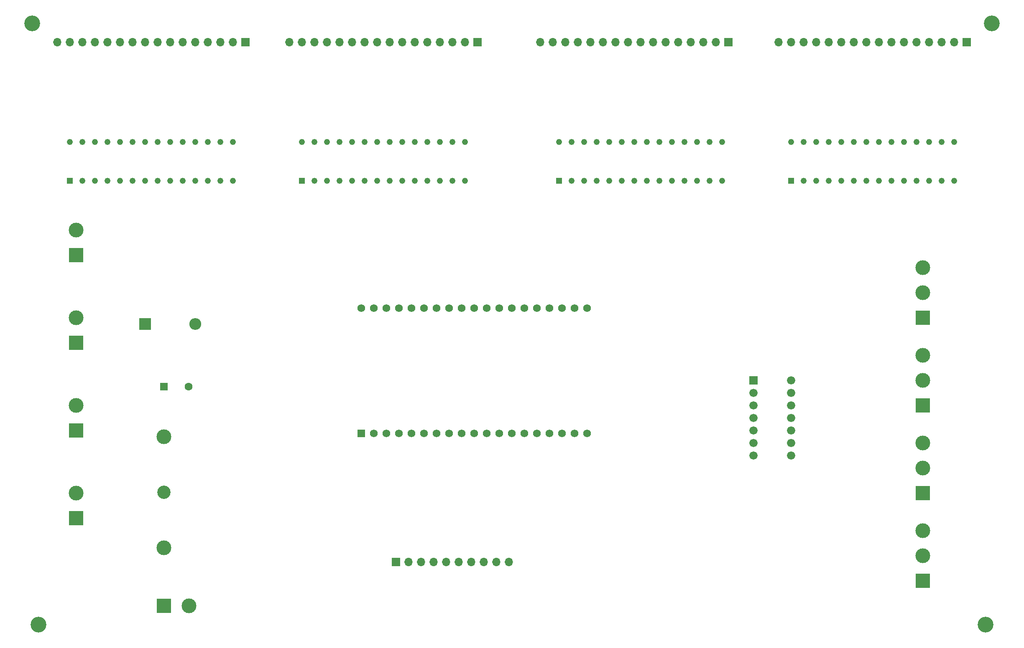
<source format=gbr>
%TF.GenerationSoftware,KiCad,Pcbnew,(5.1.9)-1*%
%TF.CreationDate,2022-04-05T19:21:43+02:00*%
%TF.ProjectId,Hexagon_Desk,48657861-676f-46e5-9f44-65736b2e6b69,rev?*%
%TF.SameCoordinates,Original*%
%TF.FileFunction,Soldermask,Bot*%
%TF.FilePolarity,Negative*%
%FSLAX46Y46*%
G04 Gerber Fmt 4.6, Leading zero omitted, Abs format (unit mm)*
G04 Created by KiCad (PCBNEW (5.1.9)-1) date 2022-04-05 19:21:43*
%MOMM*%
%LPD*%
G01*
G04 APERTURE LIST*
%ADD10C,1.560000*%
%ADD11R,1.560000X1.560000*%
%ADD12O,2.400000X2.400000*%
%ADD13R,2.400000X2.400000*%
%ADD14C,1.600000*%
%ADD15R,1.600000X1.600000*%
%ADD16C,1.230000*%
%ADD17R,1.230000X1.230000*%
%ADD18C,3.200000*%
%ADD19C,1.676400*%
%ADD20R,1.676400X1.676400*%
%ADD21C,3.000000*%
%ADD22R,3.000000X3.000000*%
%ADD23O,1.700000X1.700000*%
%ADD24R,1.700000X1.700000*%
%ADD25C,2.700000*%
G04 APERTURE END LIST*
D10*
%TO.C,U6*%
X144070000Y-88205000D03*
X141530000Y-88205000D03*
X138990000Y-88205000D03*
X136450000Y-88205000D03*
X133910000Y-88205000D03*
X131370000Y-88205000D03*
X128830000Y-88205000D03*
X126290000Y-88205000D03*
X123750000Y-88205000D03*
X121210000Y-88205000D03*
X118670000Y-88205000D03*
X116130000Y-88205000D03*
X113590000Y-88205000D03*
X111050000Y-88205000D03*
X108510000Y-88205000D03*
X105970000Y-88205000D03*
X103430000Y-88205000D03*
X100890000Y-88205000D03*
X98350000Y-88205000D03*
X141530000Y-113605000D03*
X138990000Y-113605000D03*
X136450000Y-113605000D03*
X133910000Y-113605000D03*
X131370000Y-113605000D03*
X128830000Y-113605000D03*
X126290000Y-113605000D03*
X123750000Y-113605000D03*
X121210000Y-113605000D03*
X118670000Y-113605000D03*
X116130000Y-113605000D03*
X113590000Y-113605000D03*
X111050000Y-113605000D03*
X108510000Y-113605000D03*
X105970000Y-113605000D03*
X103430000Y-113605000D03*
X144070000Y-113605000D03*
X100890000Y-113605000D03*
D11*
X98350000Y-113605000D03*
%TD*%
D12*
%TO.C,D0*%
X64770000Y-91440000D03*
D13*
X54610000Y-91440000D03*
%TD*%
D14*
%TO.C,C0*%
X63420000Y-104140000D03*
D15*
X58420000Y-104140000D03*
%TD*%
D16*
%TO.C,U2*%
X39370000Y-54485000D03*
X41910000Y-54485000D03*
X44450000Y-54485000D03*
X46990000Y-54485000D03*
X49530000Y-54485000D03*
X52070000Y-54485000D03*
X54610000Y-54485000D03*
X57150000Y-54485000D03*
X59690000Y-54485000D03*
X62230000Y-54485000D03*
X64770000Y-54485000D03*
X67310000Y-54485000D03*
X69850000Y-54485000D03*
X72390000Y-54485000D03*
X72390000Y-62355000D03*
X69850000Y-62355000D03*
X67310000Y-62355000D03*
X64770000Y-62355000D03*
X62230000Y-62355000D03*
X59690000Y-62355000D03*
X57150000Y-62355000D03*
X54610000Y-62355000D03*
X52070000Y-62355000D03*
X49530000Y-62355000D03*
X46990000Y-62355000D03*
X44450000Y-62355000D03*
X41910000Y-62355000D03*
D17*
X39370000Y-62355000D03*
%TD*%
D18*
%TO.C, *%
X224790000Y-152400000D03*
%TD*%
%TO.C, *%
X33020000Y-152400000D03*
%TD*%
%TO.C, *%
X31750000Y-30480000D03*
%TD*%
%TO.C, *%
X226060000Y-30480000D03*
%TD*%
D16*
%TO.C,U5*%
X185420000Y-54485000D03*
X187960000Y-54485000D03*
X190500000Y-54485000D03*
X193040000Y-54485000D03*
X195580000Y-54485000D03*
X198120000Y-54485000D03*
X200660000Y-54485000D03*
X203200000Y-54485000D03*
X205740000Y-54485000D03*
X208280000Y-54485000D03*
X210820000Y-54485000D03*
X213360000Y-54485000D03*
X215900000Y-54485000D03*
X218440000Y-54485000D03*
X218440000Y-62355000D03*
X215900000Y-62355000D03*
X213360000Y-62355000D03*
X210820000Y-62355000D03*
X208280000Y-62355000D03*
X205740000Y-62355000D03*
X203200000Y-62355000D03*
X200660000Y-62355000D03*
X198120000Y-62355000D03*
X195580000Y-62355000D03*
X193040000Y-62355000D03*
X190500000Y-62355000D03*
X187960000Y-62355000D03*
D17*
X185420000Y-62355000D03*
%TD*%
D16*
%TO.C,U4*%
X138430000Y-54485000D03*
X140970000Y-54485000D03*
X143510000Y-54485000D03*
X146050000Y-54485000D03*
X148590000Y-54485000D03*
X151130000Y-54485000D03*
X153670000Y-54485000D03*
X156210000Y-54485000D03*
X158750000Y-54485000D03*
X161290000Y-54485000D03*
X163830000Y-54485000D03*
X166370000Y-54485000D03*
X168910000Y-54485000D03*
X171450000Y-54485000D03*
X171450000Y-62355000D03*
X168910000Y-62355000D03*
X166370000Y-62355000D03*
X163830000Y-62355000D03*
X161290000Y-62355000D03*
X158750000Y-62355000D03*
X156210000Y-62355000D03*
X153670000Y-62355000D03*
X151130000Y-62355000D03*
X148590000Y-62355000D03*
X146050000Y-62355000D03*
X143510000Y-62355000D03*
X140970000Y-62355000D03*
D17*
X138430000Y-62355000D03*
%TD*%
D16*
%TO.C,U3*%
X86360000Y-54485000D03*
X88900000Y-54485000D03*
X91440000Y-54485000D03*
X93980000Y-54485000D03*
X96520000Y-54485000D03*
X99060000Y-54485000D03*
X101600000Y-54485000D03*
X104140000Y-54485000D03*
X106680000Y-54485000D03*
X109220000Y-54485000D03*
X111760000Y-54485000D03*
X114300000Y-54485000D03*
X116840000Y-54485000D03*
X119380000Y-54485000D03*
X119380000Y-62355000D03*
X116840000Y-62355000D03*
X114300000Y-62355000D03*
X111760000Y-62355000D03*
X109220000Y-62355000D03*
X106680000Y-62355000D03*
X104140000Y-62355000D03*
X101600000Y-62355000D03*
X99060000Y-62355000D03*
X96520000Y-62355000D03*
X93980000Y-62355000D03*
X91440000Y-62355000D03*
X88900000Y-62355000D03*
D17*
X86360000Y-62355000D03*
%TD*%
D19*
%TO.C,U1*%
X185420000Y-102870000D03*
X185420000Y-105410000D03*
X185420000Y-107950000D03*
X185420000Y-110490000D03*
X185420000Y-113030000D03*
X185420000Y-115570000D03*
X185420000Y-118110000D03*
X177800000Y-118110000D03*
X177800000Y-115570000D03*
X177800000Y-113030000D03*
X177800000Y-110490000D03*
X177800000Y-107950000D03*
X177800000Y-105410000D03*
D20*
X177800000Y-102870000D03*
%TD*%
D21*
%TO.C,J00_IN1*%
X63500000Y-148590000D03*
D22*
X58420000Y-148590000D03*
%TD*%
D23*
%TO.C,J13*%
X128270000Y-139700000D03*
X125730000Y-139700000D03*
X123190000Y-139700000D03*
X120650000Y-139700000D03*
X118110000Y-139700000D03*
X115570000Y-139700000D03*
X113030000Y-139700000D03*
X110490000Y-139700000D03*
X107950000Y-139700000D03*
D24*
X105410000Y-139700000D03*
%TD*%
D23*
%TO.C,J12*%
X182880000Y-34290000D03*
X185420000Y-34290000D03*
X187960000Y-34290000D03*
X190500000Y-34290000D03*
X193040000Y-34290000D03*
X195580000Y-34290000D03*
X198120000Y-34290000D03*
X200660000Y-34290000D03*
X203200000Y-34290000D03*
X205740000Y-34290000D03*
X208280000Y-34290000D03*
X210820000Y-34290000D03*
X213360000Y-34290000D03*
X215900000Y-34290000D03*
X218440000Y-34290000D03*
D24*
X220980000Y-34290000D03*
%TD*%
D23*
%TO.C,J11*%
X134620000Y-34290000D03*
X137160000Y-34290000D03*
X139700000Y-34290000D03*
X142240000Y-34290000D03*
X144780000Y-34290000D03*
X147320000Y-34290000D03*
X149860000Y-34290000D03*
X152400000Y-34290000D03*
X154940000Y-34290000D03*
X157480000Y-34290000D03*
X160020000Y-34290000D03*
X162560000Y-34290000D03*
X165100000Y-34290000D03*
X167640000Y-34290000D03*
X170180000Y-34290000D03*
D24*
X172720000Y-34290000D03*
%TD*%
D23*
%TO.C,J10*%
X83820000Y-34290000D03*
X86360000Y-34290000D03*
X88900000Y-34290000D03*
X91440000Y-34290000D03*
X93980000Y-34290000D03*
X96520000Y-34290000D03*
X99060000Y-34290000D03*
X101600000Y-34290000D03*
X104140000Y-34290000D03*
X106680000Y-34290000D03*
X109220000Y-34290000D03*
X111760000Y-34290000D03*
X114300000Y-34290000D03*
X116840000Y-34290000D03*
X119380000Y-34290000D03*
D24*
X121920000Y-34290000D03*
%TD*%
D23*
%TO.C,J9*%
X36830000Y-34290000D03*
X39370000Y-34290000D03*
X41910000Y-34290000D03*
X44450000Y-34290000D03*
X46990000Y-34290000D03*
X49530000Y-34290000D03*
X52070000Y-34290000D03*
X54610000Y-34290000D03*
X57150000Y-34290000D03*
X59690000Y-34290000D03*
X62230000Y-34290000D03*
X64770000Y-34290000D03*
X67310000Y-34290000D03*
X69850000Y-34290000D03*
X72390000Y-34290000D03*
D24*
X74930000Y-34290000D03*
%TD*%
D21*
%TO.C,J8*%
X40640000Y-72390000D03*
D22*
X40640000Y-77470000D03*
%TD*%
D21*
%TO.C,J7*%
X40640000Y-90170000D03*
D22*
X40640000Y-95250000D03*
%TD*%
D21*
%TO.C,J6*%
X40640000Y-107950000D03*
D22*
X40640000Y-113030000D03*
%TD*%
D21*
%TO.C,J5*%
X40640000Y-125730000D03*
D22*
X40640000Y-130810000D03*
%TD*%
D21*
%TO.C,J4*%
X212090000Y-133350000D03*
X212090000Y-138430000D03*
D22*
X212090000Y-143510000D03*
%TD*%
D21*
%TO.C,J2*%
X212090000Y-115570000D03*
X212090000Y-120650000D03*
D22*
X212090000Y-125730000D03*
%TD*%
D21*
%TO.C,J1*%
X212090000Y-97790000D03*
X212090000Y-102870000D03*
D22*
X212090000Y-107950000D03*
%TD*%
D21*
%TO.C,J0*%
X212090000Y-80010000D03*
X212090000Y-85090000D03*
D22*
X212090000Y-90170000D03*
%TD*%
D25*
%TO.C,F0*%
X58420000Y-125550000D03*
D21*
X58420000Y-136800000D03*
X58420000Y-114300000D03*
%TD*%
M02*

</source>
